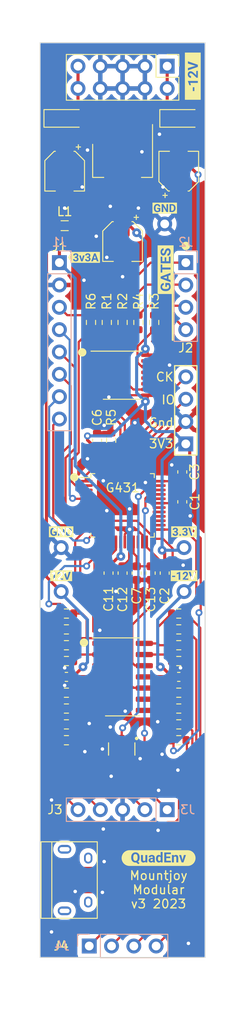
<source format=kicad_pcb>
(kicad_pcb (version 20221018) (generator pcbnew)
  (layers (0 "F.Cu" signal) (31 "B.Cu" signal) (34 "B.Paste" user) (35 "F.Paste" user) (36 "B.SilkS" user "B.Silkscreen") (37 "F.SilkS" user "F.Silkscreen") (38 "B.Mask" user) (39 "F.Mask" user) (44 "Edge.Cuts" user))
  (net 0 "")
  (net 1 "+3.3V")
  (net 2 "GND")
  (net 3 "+12V")
  (net 4 "-12V")
  (net 5 "/Gate1_In")
  (net 6 "/Gate2_In")
  (net 7 "/Gate3_In")
  (net 8 "/Gate4_In")
  (net 9 "/Led1_Out")
  (net 10 "/Led2_Out")
  (net 11 "/Led3_Out")
  (net 12 "/Led4_Out")
  (net 13 "/+12V_IN")
  (net 14 "/-12V_IN")
  (net 15 "/Mode_Btn")
  (net 16 "/Env1_Out")
  (net 17 "/Env2_Out")
  (net 18 "/Env3_Out")
  (net 19 "/Env4_Out")
  (net 21 "Net-(R13-Pad1)")
  (net 22 "Net-(R14-Pad1)")
  (net 23 "Net-(R15-Pad1)")
  (net 24 "Net-(R16-Pad1)")
  (net 27 "Net-(U3-A)")
  (net 28 "Net-(U3-B)")
  (net 29 "Net-(U3-D)")
  (net 30 "/Env4_DAC")
  (net 31 "/Env1_DAC")
  (net 32 "/Env2_DAC")
  (net 33 "/Attack_Pot")
  (net 34 "/Decay_Pot")
  (net 35 "Net-(U3-C)")
  (net 36 "Net-(U4A--)")
  (net 37 "/Sustain_Pot")
  (net 38 "/Env3_DAC")
  (net 39 "Net-(U4B--)")
  (net 40 "/Release_Pot")
  (net 41 "Net-(U4C--)")
  (net 42 "Net-(U4D--)")
  (net 46 "/LED1")
  (net 47 "/LED2")
  (net 49 "/SWCLK")
  (net 50 "/SWIO")
  (net 51 "/USB_DM")
  (net 52 "/USB_DP")
  (net 54 "/LED3")
  (net 58 "/Gate1")
  (net 59 "/Gate2")
  (net 60 "/Gate3")
  (net 61 "/Gate4")
  (net 62 "/BOOT0")
  (net 63 "+3.3VA")
  (net 66 "/LED4")
  (net 72 "/Mode_Led")
  (net 73 "Net-(U1-PC13)")
  (net 75 "/D-")
  (net 76 "/D+")
  (footprint "Resistor_SMD:R_0603_1608Metric" (layer "F.Cu") (at 65.8 127.5)
    (fp_text reference "R22" hide)
    (fp_text value "1k")
  )
  (footprint "Custom_Footprints:STF202-22T1G" (layer "F.Cu") (at 59.3 130.3 180)
    (fp_text reference "U5" hide)
    (fp_text value "STF202-22T1G" hide)
  )
  (footprint "Capacitor_SMD:CP_Elec_4x5.8" (layer "F.Cu") (at 52.8 64.6 -90)
    (fp_text reference "C4" hide)
    (fp_text value "22uF")
  )
  (footprint "Capacitor_SMD:CP_Elec_4x5.8" (layer "F.Cu") (at 65.8 64.6 90)
    (fp_text reference "C5" hide)
    (fp_text value "22uF")
  )
  (footprint "Resistor_SMD:R_0603_1608Metric" (layer "F.Cu") (at 63 81.8 90)
    (fp_text reference "R3")
    (fp_text value "10k")
  )
  (footprint "Capacitor_SMD:C_0603_1608Metric" (layer "F.Cu") (at 57.8 110.3 90)
    (fp_text reference "C11")
    (fp_text value "1uF")
  )
  (footprint "Resistor_SMD:R_0603_1608Metric" (layer "F.Cu") (at 65.8 118.5)
    (fp_text reference "R16" hide)
    (fp_text value "4k7")
  )
  (footprint "Capacitor_SMD:C_0603_1608Metric" (layer "F.Cu") (at 61 110.3 -90)
    (fp_text reference "C7")
    (fp_text value "10nF")
  )
  (footprint "Package_SO:SOIC-14_3.9x8.7mm_P1.27mm" (layer "F.Cu") (at 59.4 122.1)
    (fp_text reference "U4" hide)
    (fp_text value "TL074")
  )
  (footprint "Resistor_SMD:R_0603_1608Metric" (layer "F.Cu") (at 61.2 81.8 90)
    (fp_text reference "R4")
    (fp_text value "10k")
  )
  (footprint "Resistor_SMD:R_0603_1608Metric" (layer "F.Cu") (at 53 120.3 180)
    (fp_text reference "R9" hide)
    (fp_text value "3k3")
  )
  (footprint "kibuzzard-6409FE57" (layer "F.Cu") (at 52.4 105.6)
    (fp_text reference "kibuzzard-6409FE57" hide)
    (fp_text value "G***" hide)
  )
  (footprint "Custom_Footprints:1mm_Test_Point" (layer "F.Cu") (at 52.4 107.4)
    (fp_text reference "TP5" hide)
    (fp_text value "TestPoint")
  )
  (footprint "Inductor_SMD:L_0805_2012Metric_Pad1.05x1.20mm_HandSolder" (layer "F.Cu") (at 52.8 70.8 180)
    (fp_text reference "L1")
    (fp_text value "L_Small")
  )
  (footprint "Capacitor_SMD:CP_Elec_4x5.8" (layer "F.Cu") (at 59.4 72.6 -90)
    (fp_text reference "C8" hide)
    (fp_text value "22uF")
  )
  (footprint "Resistor_SMD:R_0603_1608Metric" (layer "F.Cu") (at 53 116.7 180)
    (fp_text reference "R17" hide)
    (fp_text value "1k")
  )
  (footprint "Resistor_SMD:R_0603_1608Metric" (layer "F.Cu") (at 58.1 95.2 -90)
    (fp_text reference "R5")
    (fp_text value "100k")
  )
  (footprint "Capacitor_SMD:C_0603_1608Metric" (layer "F.Cu") (at 66.2 98.8 90)
    (fp_text reference "C3")
    (fp_text value "100nF")
  )
  (footprint "Resistor_SMD:R_0603_1608Metric" (layer "F.Cu") (at 65.8 114.9)
    (fp_text reference "R24" hide)
    (fp_text value "1k")
  )
  (footprint "Resistor_SMD:R_0603_1608Metric" (layer "F.Cu") (at 65.8 123.9)
    (fp_text reference "R11" hide)
    (fp_text value "3k3")
  )
  (footprint "Capacitor_SMD:C_0603_1608Metric" (layer "F.Cu") (at 59.4 110.3 90)
    (fp_text reference "C12")
    (fp_text value "100nF")
  )
  (footprint "Diode_SMD:D_SOD-123" (layer "F.Cu") (at 52.8 58.6)
    (fp_text reference "D1" hide)
    (fp_text value "1N5819")
  )
  (footprint "Resistor_SMD:R_0603_1608Metric" (layer "F.Cu") (at 65.8 120.3)
    (fp_text reference "R12" hide)
    (fp_text value "3k3")
  )
  (footprint "Diode_SMD:D_SOD-123" (layer "F.Cu") (at 66 58.6)
    (fp_text reference "D2" hide)
    (fp_text value "1N5819")
  )
  (footprint "Resistor_SMD:R_0603_1608Metric" (layer "F.Cu") (at 55.8 81.8 -90)
    (fp_text reference "R6")
    (fp_text value "510")
  )
  (footprint "kibuzzard-6409FE57" (layer "F.Cu") (at 64.2 68.8)
    (fp_text reference "kibuzzard-6409FE57" hide)
    (fp_text value "G***" hide)
  )
  (footprint "kibuzzard-6409FE16" (layer "F.Cu") (at 66.4 110.6)
    (fp_text reference "kibuzzard-6409FE16" hide)
    (fp_text value "G***" hide)
  )
  (footprint "Custom_Footprints:1mm_Test_Point" (layer "F.Cu") (at 52.4 112.4)
    (fp_text reference "TP3" hide)
    (fp_text value "TestPoint")
  )
  (footprint "Resistor_SMD:R_0603_1608Metric" (layer "F.Cu") (at 53 123.9 180)
    (fp_text reference "R10" hide)
    (fp_text value "3k3")
  )
  (footprint "Package_TO_SOT_SMD:SOT-223-3_TabPin2" (layer "F.Cu") (at 59.4 63.4 -90)
    (fp_text reference "U2" hide)
    (fp_text value "LD1117-3.3-4Tab")
  )
  (footprint "kibuzzard-64DF8AE0" (layer "F.Cu") (at 64.3 75.8 90)
    (fp_text reference "kibuzzard-64DF8AE0" hide)
    (fp_text value "G***" hide)
  )
  (footprint "Resistor_SMD:R_0603_1608Metric" (layer "F.Cu") (at 53 114.9 180)
    (fp_text reference "R18" hide)
    (fp_text value "1k")
  )
  (footprint "Connector_PinHeader_2.54mm:PinHeader_2x05_P2.54mm_Vertical" (layer "F.Cu") (at 64.48 52.66 -90)
    (fp_text reference "J6" hide)
    (fp_text value "Eurorack_10_pin_power")
  )
  (footprint "Capacitor_SMD:C_0603_1608Metric" (layer "F.Cu") (at 66.2 102.2 -90)
    (fp_text reference "C1")
    (fp_text value "4.7uF")
  )
  (footprint "Resistor_SMD:R_0603_1608Metric" (layer "F.Cu") (at 57.6 81.8 -90)
    (fp_text reference "R1")
    (fp_text value "10k")
  )
  (footprint "Custom_Footprints:USB_Micro-B_Amphenol" (layer "F.Cu") (at 54.135 145.2 -90)
    (fp_text reference "J7" hide)
    (fp_text value "USB_B_Micro")
  )
  (footprint "Capacitor_SMD:C_0603_1608Metric" (layer "F.Cu") (at 53 122.1)
    (fp_text reference "C9" hide)
    (fp_text value "1uF")
  )
  (footprint "kibuzzard-6409FE46" (layer "F.Cu") (at 52.4 110.6)
    (fp_text reference "kibuzzard-6409FE46" hide)
    (fp_text value "G***" hide)
  )
  (footprint "kibuzzard-640A0C12" (layer "F.Cu") (at 63.5 142.7)
    (fp_text reference "kibuzzard-640A0C12" hide)
    (fp_text value "G***" hide)
  )
  (footprint "kibuzzard-6409F893" (layer "F.Cu") (at 67.4 53.8 90)
    (fp_text reference "kibuzzard-6409F893" hide)
    (fp_text value "G***" hide)
  )
  (footprint "Capacitor_SMD:C_0603_1608Metric" (layer "F.Cu") (at 56.5 95.2 90)
    (fp_text reference "C6")
    (fp_text value "100nF")
  )
  (footprint "Package_SO:TSSOP-16_4.4x5mm_P0.65mm" (layer "F.Cu") (at 59.4 87.8)
    (fp_text reference "U3" hide)
    (fp_text value "CD40109B")
  )
  (footprint "kibuzzard-6409FE2B" (layer "F.Cu") (at 66.4 105.6)
    (fp_text reference "kibuzzard-6409FE2B" hide)
    (fp_text value "G***" hide)
  )
  (footprint "Resistor_SMD:R_0603_1608Metric" (layer "F.Cu") (at 53 118.5)
    (fp_text reference "R13" hide)
    (fp_text value "4k7")
  )
  (footprint "Capacitor_SMD:C_0603_1608Metric" (layer "F.Cu") (at 64.2 110.3 -90)
    (fp_text reference "C2")
    (fp_text value "100nF")
  )
  (footprint "kibuzzard-6409FEF9" (layer "F.Cu") (at 55 74.4)
    (fp_text reference "kibuzzard-6409FEF9" hide)
    (fp_text value "G***" hide)
  )
  (footprint "Resistor_SMD:R_0603_1608Metric" (layer "F.Cu") (at 53 125.7 180)
    (fp_text reference "R14" hide)
    (fp_text value "4k7")
  )
  (footprint "Resistor_SMD:R_0603_1608Metric" (layer "F.Cu") (at 53 129.3 180)
    (fp_text reference "R19" hide)
    (fp_text value "1k")
  )
  (footprint "Custom_Footprints:SWD_header" (layer "F.Cu") (at 66.6 95.61 90)
    (fp_text reference "J5" hide)
    (fp_text value "SWD_Header")
  )
  (footprint "Package_QFP:LQFP-48_7x7mm_P0.5mm" (layer "F.Cu") (at 59.4 102.6)
    (fp_text reference "U1" hide)
    (fp_text value "STM32G431C6T6")
  )
  (footprint "Custom_Footprints:1mm_Test_Point" (layer "F.Cu") (at 66.4 107.4)
    (fp_text reference "TP2" hide)
    (fp_text value "TestPoint")
  )
  (footprint "Resistor_SMD:R_0603_1608Metric" (layer "F.Cu") (at 59.4 81.8 -90)
    (fp_text reference "R2")
    (fp_text value "10k")
  )
  (footprint "Resistor_SMD:R_0603_1608Metric" (layer "F.Cu") (at 65.8 116.7)
    (fp_text reference "R23" hide)
    (fp_text value "1k")
  )
  (footprint "Resistor_SMD:R_0603_1608Metric" (layer "F.Cu") (at 53 127.5 180)
    (fp_text reference "R20" hide)
    (fp_text value "1k")
  )
  (footprint "Resistor_SMD:R_0603_1608Metric" (layer "F.Cu") (at 65.8 129.3)
    (fp_text reference "R21" hide)
    (fp_text value "1k")
  )
  (footprint "Custom_Footprints:1mm_Test_Point" (layer "F.Cu") (at 64.2 70.6)
    (fp_text reference "TP1" hide)
    (fp_text value "TestPoint")
  )
  (footprint "Capacitor_SMD:C_0603_1608Metric" (layer "F.Cu") (at 65.8 122.1 180)
    (fp_text reference "C10" hide)
    (fp_text value "1uF")
  )
  (footprint "Custom_Footprints:1mm_Test_Point" (layer "F.Cu") (at 66.4 112.4)
    (fp_text reference "TP4" hide)
    (fp_text value "TestPoint")
  )
  (footprint "Capacitor_SMD:C_0603_1608Metric" (layer "F.Cu") (at 62.6 110.3 90)
    (fp_text reference "C13")
    (fp_text value "1uF")
  )
  (footprint "Resistor_SMD:R_0603_1608Metric" (layer "F.Cu") (at 65.8 125.7)
    (fp_text reference "R15" hide)
    (fp_text value "4k7")
  )
  (footprint "Connector_PinHeader_2.54mm:PinHeader_1x08_P2.54mm_Vertical" (layer "B.Cu") (at 52.2 75 180)
    (fp_text reference "J1")
    (fp_text value "Conn_01x08_Male")
  )
  (footprint "Connector_PinHeader_2.54mm:PinHeader_1x04_P2.54mm_Vertical" (layer "B.Cu") (at 55.6 152.7 -90)
    (fp_text reference "J4")
    (fp_text value "Conn_01x04_Male")
  )
  (footprint "Connector_PinHeader_2.54mm:PinHeader_1x04_P2.54mm_Vertical" (layer "B.Cu") (at 66.6 75 180)
    (fp_text reference "J2")
    (fp_text value "Conn_01x04_Male")
  )
  (footprint "Connector_PinHeader_2.54mm:PinHeader_1x05_P2.54mm_Vertical" (layer "B.Cu") (at 64.48 137.2 90)
    (fp_text reference "J3")
    (fp_text value "Conn_01x05_Male")
  )
  (gr_circle (center 66.6 73.1) (end 67 73.1) (stroke (width 0.15)) (fill solid) (layer "F.SilkS"))
  (gr_circle (center 54.8 85.2) (end 55.2 85.2) (stroke (width 0.15)) (fill solid) (layer "F.SilkS"))
  (gr_circle (center 55 118.2) (end 55.4 118.2) (stroke (width 0.15)) (fill solid) (layer "F.SilkS"))
  (gr_line (start 65.1 78.5) (end 65.1 83.8) (stroke (width 0.2)) (layer "F.SilkS"))
  (gr_circle (center 53.9 99.4) (end 54.3 99.4) (stroke (width 0.15)) (fill solid) (layer "F.SilkS"))
  (gr_rect locked (start 50 50) (end 68.8 154) (stroke (width 0.1)) (fill none) (layer "Edge.Cuts"))
  (gr_text "G431" (at 59.4 100.6) (layer "F.SilkS") (effects (font (size 1 1))))
  (gr_text "J4" (at 52.4 152.7) (layer "F.SilkS") (effects (font (size 1 1))))
  (gr_text "Mountjoy\nModular\nv3 2023" (at 63.5 146.3) (layer "F.SilkS") (effects (font (size 1 1))))
  (gr_text "J1" (at 52.2 73.2) (layer "F.SilkS") (effects (font (size 1 1))))
  (gr_text "J3" (at 51.7 137.2) (layer "F.SilkS") (effects (font (size 1 1))))
  (gr_text "J2" (at 66.6 84.7) (layer "F.SilkS") (effects (font (size 1 1))))
  (segment (start 59.225 89.425) (end 56.5375 89.425) (width 0.25) (layer "F.Cu") (net 1))
  (segment (start 56.7 85.3625) (end 56.5375 85.525) (width 0.35) (layer "F.Cu") (net 1))
  (segment (start 59.4 70.8) (end 60.2 70.8) (width 0.35) (layer "F.Cu") (net 1))
  (segment (start 63.325 85.525) (end 62.2625 85.525) (width 0.25) (layer "F.Cu") (net 1))
  (segment (start 67.05 100.575) (end 66.2 101.425) (width 0.35) (layer "F.Cu") (net 1))
  (segment (start 62.2625 90.5375) (end 62 90.8) (width 0.25) (layer "F.Cu") (net 1))
  (segment (start 62.15 107.35) (end 64.2 109.4) (width 0.25) (layer "F.Cu") (net 1))
  (segment (start 55.936979 85.999417) (end 56.112562 86.175) (width 0.25) (layer "F.Cu") (net 1))
  (segment (start 53.95 70.8) (end 59.4 70.8) (width 0.35) (layer "F.Cu") (net 1))
  (segment (start 59.4 66.55) (end 59.4 70.8) (width 0.35) (layer "F.Cu") (net 1))
  (segment (start 56.7 73.5) (end 56.7 85.3625) (width 0.35) (layer "F.Cu") (net 1))
  (segment (start 56.5375 85.525) (end 56.5125 85.5) (width 0.25) (layer "F.Cu") (net 1))
  (segment (start 62.2625 90.075) (end 62.2625 90.5375) (width 0.25) (layer "F.Cu") (net 1))
  (segment (start 55.2 99.8125) (end 55.2 99.2) (width 0.25) (layer "F.Cu") (net 1))
  (segment (start 55.2375 99.85) (end 55.2 99.8125) (width 0.25) (layer "F.Cu") (net 1))
  (segment (start 56.112562 86.175) (end 56.5375 86.175) (width 0.25) (layer "F.Cu") (net 1))
  (segment (start 55.2 99.2) (end 55.9625 98.4375) (width 0.25) (layer "F.Cu") (net 1))
  (segment (start 56.2 95.975) (end 55.4 95.175) (width 0.35) (layer "F.Cu") (net 1))
  (segment (start 62.2625 86.175) (end 63.325 86.175) (width 0.25) (layer "F.Cu") (net 1))
  (segment (start 59.875 90.075) (end 59.225 89.425) (width 0.25) (layer "F.Cu") (net 1))
  (segment (start 62.2625 85.525) (end 62.2625 85.0625) (width 0.25) (layer "F.Cu") (net 1))
  (segment (start 63.5 85.7) (end 63.325 85.525) (width 0.25) (layer "F.Cu") (net 1))
  (segment (start 55.936979 85.626625) (end 55.936979 85.999417) (width 0.25) (layer "F.Cu") (net 1))
  (segment (start 56.063604 85.5) (end 55.936979 85.626625) (width 0.25) (layer "F.Cu") (net 1))
  (segment (start 62.2625 85.0625) (end 62 84.8) (width 0.25) (layer "F.Cu") (net 1))
  (segment (start 56.65 98.4375) (end 56.65 96.425) (width 0.25) (layer "F.Cu") (net 1))
  (segment (start 66.175 99.85) (end 66.225 99.8) (width 0.25) (layer "F.Cu") (net 1))
  (segment (start 59.4 60.25) (end 59.4 66.55) (width 0.35) (layer "F.Cu") (net 1))
  (segment (start 55.4 95.175) (end 55.4 94.7) (width 0.35) (layer "F.Cu") (net 1))
  (segment (start 63.5625 99.85) (end 66.175 99.85) (width 0.25) (layer "F.Cu") (net 1))
  (segment (start 63.5 86) (end 63.5 85.7) (width 0.25) (layer "F.Cu") (net 1))
  (segment (start 64.2 108) (end 63.9 107.7) (width 0.35) (layer "F.Cu") (net 1))
  (segment (start 67.05 96.06) (end 67.05 100.575) (width 0.35) (layer "F.Cu") (net 1))
  (segment (start 66.225 101.4) (end 66.225 99.8) (width 0.35) (layer "F.Cu") (net 1))
  (segment (start 66.6 95.61) (end 67.05 96.06) (width 0.35) (layer "F.Cu") (net 1))
  (segment (start 56.65 96.425) (end 56.2 95.975) (width 0.25) (layer "F.Cu") (net 1))
  (segment (start 62.2625 90.075) (end 59.875 90.075) (width 0.25) (layer "F.Cu") (net 1))
  (segment (start 55.9625 98.4375) (end 56.65 98.4375) (width 0.25) (layer "F.Cu") (net 1))
  (segment (start 64.2 109.525) (end 64.2 108) (width 0.35) (layer "F.Cu") (net 1))
  (segment (start 62.15 106.7625) (end 62.15 107.35) (width 0.25) (layer "F.Cu") (net 1))
  (segment (start 59.4 70.8) (end 56.7 73.5) (width 0.35) (layer "F.Cu") (net 1))
  (segment (start 60.2 70.8) (end 61 71.6) (width 0.35) (layer "F.Cu") (net 1))
  (segment (start 56.5125 85.5) (end 56.063604 85.5) (width 0.25) (layer "F.Cu") (net 1))
  (segment (start 64.2 109.4) (end 64.2 109.525) (width 0.25) (layer "F.Cu") (net 1))
  (segment (start 63.325 86.175) (end 63.5 86) (width 0.25) (layer "F.Cu") (net 1))
  (via (at 63.9 107.7) (size 1) (drill 0.4) (layers "F.Cu" "B.Cu") (net 1))
  (via (at 62 84.8) (size 1) (drill 0.4) (layers "F.Cu" "B.Cu") (net 1))
  (via (at 62 90.8) (size 1) (drill 0.4) (layers "F.Cu" "B.Cu") (net 1))
  (via (at 61 71.6) (size 1) (drill 0.4) (layers "F.Cu" "B.Cu") (net 1))
  (via (at 55.4 94.7) (size 0.8) (drill 0.4) (layers "F.Cu" "B.Cu") (net 1))
  (segment (start 62 84.8) (end 61 85.8) (width 0.35) (layer "B.Cu") (net 1))
  (segment (start 63.9 97.46) (end 63.9 107.7) (width 0.35) (layer "B.Cu") (net 1))
  (segment (start 66.6 95.61) (end 65.75 95.61) (width 0.35) (layer "B.Cu") (net 1))
  (segment (start 63.21 94.21) (end 65.2 94.21) (width 0.35) (layer "B.Cu") (net 1))
  (segment (start 62 90.8) (end 62 93) (width 0.35) (layer "B.Cu") (net 1))
  (segment (start 58.1 94.7) (end 55.4 94.7) (width 0.35) (layer "B.Cu") (net 1))
  (segment (start 66.1 107.7) (end 66.4 107.4) (width 0.35) (layer "B.Cu") (net 1))
  (segment (start 65.2 94.21) (end 66.6 95.61) (width 0.35) (layer "B.Cu") (net 1))
  (segment (start 62 90.8) (end 58.1 94.7) (width 0.35) (layer "B.Cu") (net 1))
  (segment (start 61 85.8) (end 61 89.8) (width 0.35) (layer "B.Cu") (net 1))
  (segment (start 61 71.6) (end 62 72.6) (width 0.35) (layer "B.Cu") (net 1))
  (segment (start 62 93) (end 63.21 94.21) (width 0.35) (layer "B.Cu") (net 1))
  (segment (start 65.75 95.61) (end 63.9 97.46) (width 0.35) (layer "B.Cu") (net 1))
  (segment (start 63.9 107.7) (end 66.1 107.7) (width 0.35) (layer "B.Cu") (net 1))
  (segment (start 62 72.6) (end 62 84.8) (width 0.35) (layer "B.Cu") (net 1))
  (segment (start 61 89.8) (end 62 90.8) (width 0.35) (layer "B.Cu") (net 1))
  (segment (start 56.5375 90.075) (end 57.623465 90.075) (width 0.25) (layer "F.Cu") (net 2))
  (segment (start 57.15 99.75) (end 57.2 99.8) (width 0.25) (layer "F.Cu") (net 2))
  (segment (start 59.65 106.7625) (end 59.65 105.8755) (width 0.25) (layer "F.Cu") (net 2))
  (segment (start 64 98) (end 65 98) (width 0.25) (layer "F.Cu") (net 2))
  (segment (start 57.15 98.4375) (end 57.15 99.75) (width 0.25) (layer "F.Cu") (net 2))
  (segment (start 61.65 106.7625) (end 61.65 105.959315) (width 0.25) (layer "F.Cu") (net 2))
  (segment (start 61.65 105.959315) (end 61.016185 105.3255) (width 0.25) (layer "F.Cu") (net 2))
  (segment (start 57 146.5) (end 57.1 146.6) (width 0.35) (layer "F.Cu") (net 2))
  (segment (start 55.485 146.5) (end 57 146.5) (width 0.35) (layer "F.Cu") (net 2))
  (segment (start 62.35 100.35) (end 62 100) (width 0.25) (layer "F.Cu") (net 2))
  (segment (start 57.299992 93.574992) (end 57.299992 93.5) (width 0.25) (layer "F.Cu") (net 2))
  (segment (start 63.5625 100.35) (end 62.35 100.35) (width 0.25) (layer "F.Cu") (net 2))
  (segment (start 62 100) (end 64 98) (width 0.25) (layer "F.Cu") (net 2))
  (segment (start 57.623465 90.075) (end 57.836413 90.287948) (width 0.25) (layer "F.Cu") (net 2))
  (segment (start 61.016185 105.3255) (end 60.2 105.3255) (width 0.25) (layer "F.Cu") (net 2))
  (segment (start 59.65 105.8755) (end 60.2 105.3255) (width 0.25) (layer "F.Cu") (net 2))
  (via (at 60.2 103) (size 0.8) (drill 0.4) (layers "F.Cu" "B.Cu") (net 2))
  (via (at 59.4 76.6) (size 0.8) (drill 0.4) (layers "F.Cu" "B.Cu") (net 2))
  (via (at 66 121.07) (size 0.8) (drill 0.4) (layers "F.Cu" "B.Cu") (net 2))
  (via (at 58.634972 112.37327) (size 0.8) (drill 0.4) (layers "F.Cu" "B.Cu") (net 2))
  (via (at 54 146.5) (size 0.8) (drill 0.4) (layers "F.Cu" "B.Cu") (net 2))
  (via (at 58.1 133.4) (size 0.8) (drill 0.4) (layers "F.Cu" "B.Cu") (net 2))
  (via (at 60.2 105.3255) (size 1) (drill 0.4) (layers "F.Cu" "B.Cu") (net 2))
  (via (at 61.4 131.4) (size 0.8) (drill 0.4) (layers "F.Cu" "B.Cu") (net 2))
  (via (at 63.6 60.4) (size 0.8) (drill 0.4) (layers "F.Cu" "B.Cu") (net 2))
  (via (at 57.2 139.4) (size 0.8) (drill 0.4) (layers "F.Cu" "B.Cu") (net 2))
  (via (at 57.3 143.1) (size 0.8) (drill 0.4) (layers "F.Cu" "B.Cu") (net 2))
  (via (at 57.6 103.2) (size 0.8) (drill 0.4) (layers "F.Cu" "B.Cu") (net 2))
  (via (at 56.8 116.8) (size 0.8) (drill 0.4) (layers "F.Cu" "B.Cu") (net 2))
  (via (at 67.1 103.8) (size 0.8) (drill 0.4) (layers "F.Cu" "B.Cu") (net 2))
  (via (at 52.8 121.07) (size 0.8) (drill 0.4) (layers "F.Cu" "B.Cu") (net 2))
  (via (at 54.8 66.4) (size 0.8) (drill 0.4) (layers "F.Cu" "B.Cu") (net 2))
  (via (at 56.4 72) (size 0.8) (drill 0.4) (layers "F.Cu" "B.Cu") (net 2))
  (via (at 55 77) (size 0.8) (drill 0.4) (layers "F.Cu" "B.Cu") (net 2))
  (via (at 57.1 146.6) (size 0.8) (drill 0.4) (layers "F.Cu" "B.Cu") (net 2))
  (via (at 63.4 127.2) (size 0.8) (drill 0.4) (layers "F.Cu" "B.Cu") (net 2))
  (via (at 63.445024 139.545024) (size 0.8) (drill 0.4) (layers "F.Cu" "B.Cu") (net 2))
  (via (at 58 127.8) (size 0.8) (drill 0.4) (layers "F.Cu" "B.Cu") (net 2))
  (via (at 62 100) (size 1) (drill 0.4) (layers "F.Cu" "B.Cu") (net 2))
  (via (at 57.1 130.3) (size 0.8) (drill 0.4) (layers "F.Cu" "B.Cu") (net 2))
  (via (at 55.4 97.3) (size 0.8) (drill 0.4) (layers "F.Cu" "B.Cu") (net 2))
  (via (at 63.5 135) (size 0.8) (drill 0.4) (layers "F.Cu" "B.Cu") (net 2))
  (via (at 57.2 99.8) (size 0.8) (drill 0.4) (layers "F.Cu" "B.Cu") (net 2))
  (via (at 51.3 151.1) (size 0.8) (drill 0.4) (layers "F.Cu" "B.Cu") (net 2))
  (via (at 60.8 93.2) (size 0.8) (drill 0.4) (layers "F.Cu" "B.Cu") (net 2))
  (via (at 59.7 126) (size 0.8) (drill 0.4) (layers "F.Cu" "B.Cu") (net 2))
  (via (at 57.6 74.4) (size 0.8) (drill 0.4) (layers "F.Cu" "B.Cu") (net 2))
  (via (at 64.75 86.65) (size 0.8) (drill 0.4) (layers "F.Cu" "B.Cu") (net 2))
  (via (at 65.7 132.7) (size 0.8) (drill 0.4) (layers "F.Cu" "B.Cu") (net 2))
  (via (at 55.1 130.6) (size 0.8) (drill 0.4) (layers "F.Cu" "B.Cu") (net 2))
  (via (at 61.6 62.4) (size 0.8) (drill 0.4) (layers "F.Cu" "B.Cu") (net 2))
  (via (at 66.3 109.4) (size 0.8) (drill 0.4) (layers "F.Cu" "B.Cu") (net 2))
  (via (at 58 68.6) (size 0.8) (drill 0.4) (layers "F.Cu" "B.Cu") (net 2))
  (via (at 52.8 68.8) (size 0.8) (drill 0.4) (layers "F.Cu" "B.Cu") (net 2))
  (via (at 52.8 123.07) (size 0.8) (drill 0.4) (layers "F.Cu" "B.Cu") (net 2))
  (via (at 63.9 130.9) (size 0.8) (drill 0.4) (layers "F.Cu" "B.Cu") (net 2))
  (via (at 55.6 127.4) (size 0.8) (drill 0.4) (layers "F.Cu" "B.Cu") (net 2))
  (via (at 51.3 136.1) (size 0.8) (drill 0.4) (layers "F.Cu" "B.Cu") (net 2))
  (via (at 64 66.4) (size 0.8) (drill 0.4) (layers "F.Cu" "B.Cu") (net 2))
  (via (at 57.836413 90.287948) (size 0.8) (drill 0.4) (layers "F.Cu" "B.Cu") (net 2))
  (via (at 57.299992 93.5) (size 0.8) (drill 0.4) (layers "F.Cu" "B.Cu") (net 2))
  (via (at 66.9 152.4) (size 0.8) (drill 0.4) (layers "F.Cu" "B.Cu") (net 2))
  (via (at 55.4 62.2) (size 0.8) (drill 0.4) (layers "F.Cu" "B.Cu") (net 2))
  (via (at 65 98) (size 0.8) (drill 0.4) (layers "F.Cu" "B.Cu") (net 2))
  (via (at 61.2 68.8) (size 0.8) (drill 0.4) (layers "F.Cu" "B.Cu") (net 2))
  (segment (start 55.35 60.25) (end 52.8 62.8) (width 0.35) (layer "F.Cu") (net 3))
  (segment (start 53.805 122.07) (end 56.895 122.07) (width 0.35) (layer "F.Cu") (net 3))
  (segment (start 56.895 122.07) (end 56.925 122.1) (width 0.35) (layer "F.Cu") (net 3))
  (segment (start 52.2 58.6) (end 52.8 59.2) (width 0.35) (layer "F.Cu") (net 3))
  (segment (start 52.8 59.2) (end 52.8 62.8) (width 0.35) (layer "F.Cu") (net 3))
  (segment (start 50.725499 110.725499) (end 52.4 112.4) (width 0.35) (layer "F.Cu") (net 3))
  (segment (start 57.1 60.25) (end 55.35 60.25) (width 0.35) (layer "F.Cu") (net 3))
  (segment (start 51.15 58.6) (end 52.2 58.6) (width 0.35) (layer "F.Cu") (net 3))
  (segment (start 50.725499 64.874501) (end 50.725499 110.725499) (width 0.35) (layer "F.Cu") (net 3))
  (segment (start 53.775 122.1) (end 53.775 122.07) (width 0.35) (layer "F.Cu") (net 3))
  (segment (start 52.8 62.8) (end 50.725499 64.874501) (width 0.35) (layer "F.Cu") (net 3))
  (segment (start 53.775 122.07) (end 54.8875 120.9575) (width 0.35) (layer "F.Cu") (net 3))
  (segment (start 53.775 122.1) (end 53.805 122.07) (width 0.35) (layer "F.Cu") (net 3))
  (via (at 54.8875 120.9575) (size 1) (drill 0.4) (layers "F.Cu" "B.Cu") (net 3))
  (segment (start 54.8875 120.9575) (end 55.4 120.445) (width 0.35) (layer "B.Cu") (net 3))
  (segment (start 55.4 115.6) (end 52.4 112.6) (width 0.35) (layer "B.Cu") (net 3))
  (segment (start 52.4 112.6) (end 52.4 112.4) (width 0.35) (layer "B.Cu") (net 3))
  (segment (start 55.4 120.445) (end 55.4 115.6) (width 0.35) (layer "B.Cu") (net 3))
  (segment (start 64.995 122.07) (end 61.905 122.07) (width 0.35) (layer "F.Cu") (net 4))
  (segment (start 67.65 58.6) (end 66.8 58.6) (width 0.35) (layer "F.Cu") (net 4))
  (segment (start 61.905 122.07) (end 61.875 122.1) (width 0.35) (layer "F.Cu") (net 4))
  (segment (start 65.8 62.8) (end 68 65) (width 0.35) (layer "F.Cu") (net 4))
  (segment (start 65.8 59.6) (end 65.8 62.8) (width 0.35) (layer "F.Cu") (net 4))
  (segment (start 65.025 122.1) (end 63.895 120.97) (width 0.35) (layer "F.Cu") (net 4))
  (segment (start 66.8 58.6) (end 65.8 59.6) (width 0.35) (layer "F.Cu") (net 4))
  (segment (start 65.025 122.1) (end 64.995 122.07) (width 0.35) (layer "F.Cu") (net 4))
  (segment (start 63.895 120.97) (end 63.7 120.97) (width 0.35) (layer "F.Cu") (net 4))
  (via (at 63.7 120.97) (size 1) (drill 0.4) (layers "F.Cu" "B.Cu") (net 4))
  (via (at 68 65) (size 0.8) (drill 0.4) (layers "F.Cu" "B.Cu") (net 4))
  (segment (start 66.4 112.4) (end 68 110.8) (width 0.35) (layer "B.Cu") (net 4))
  (segment (start 68 110.8) (end 68 65) (width 0.35) (layer "B.Cu") (net 4))
  (segment (start 66.4 112.4) (end 66.4 112.6) (width 0.35) (layer "B.Cu") (net 4))
  (segment (start 63.4 115.6) (end 63.4 120.67) (width 0.35) (layer "B.Cu") (net 4))
  (segment (start 66.4 112.6) (end 63.4 115.6) (width 0.35) (layer "B.Cu") (net 4))
  (segment (start 63.4 120.67) (end 63.7 120.97) (width 0.35) (layer "B.Cu") (net 4))
  (segment (start 57.6 80) (end 57.6 80.975) (width 0.25) (layer "F.Cu") (net 5))
  (segment (start 62.6 75) (end 57.6 80) (width 0.25) (layer "F.Cu") (net 5))
  (segment (start 66.6 75) (end 62.6 75) (width 0.25) (layer "F.Cu") (net 5))
  (segment (start 59.4 80.175) (end 59.4 80.975) (width 0.25) (layer "F.Cu") (net 6))
  (segment (start 66.6 77.54) (end 66.56 77.5) (width 0.25) (layer "F.Cu") (net 6))
  (segment (start 66.56 77.5) (end 62.075 77.5) (width 0.25) (layer "F.Cu") (net 6))
  (segment (start 62.075 77.5) (end 59.4 80.175) (width 0.25) (layer "F.Cu") (net 6))
  (segment (start 66.6 80.08) (end 66.42 79.9) (width 0.25) (layer "F.Cu") (net 7))
  (segment (start 66.42 79.9) (end 62.275 79.9) (width 0.25) (layer "F.Cu") (net 7))
  (segment (start 62.275 79.9) (end 61.2 80.975) (width 0.25) (layer "F.Cu") (net 7))
  (segment (start 66.6 82.62) (end 64.955 80.975) (width 0.25) (layer "F.Cu") (net 8))
  (segment (start 64.955 80.975) (end 63 80.975) (width 0.25) (layer "F.Cu") (net 8))
  (segment (start 51 131.34) (end 56.86 137.2) (width 0.25) (layer "F.Cu") (net 9))
  (segment (start 52.175 116.725) (end 51 117.9) (width 0.25) (layer "F.Cu") (net 9))
  (segment (start 52.175 116.7) (end 52.175 116.725) (width 0.25) (layer "F.Cu") (net 9))
  (segment (start 51 117.9) (end 51 131.34) (width 0.25) (layer "F.Cu") (net 9))
  (segment (start 61.88 134.6) (end 64.48 137.2) (width 0.25) (layer "F.Cu") (net 10))
  (segment (start 57.35 134.6) (end 61.88 134.6) (width 0.25) (layer "F.Cu") (net 10))
  (segment (start 52.175 129.27) (end 52.175 129.425) (width 0.25) (layer "F.Cu") (net 10))
  (segment (start 52.175 129.425) (end 57.35 134.6) (width 0.25) (layer "F.Cu") (net 10))
  (segment (start 66.625 129.3) (end 66.725 129.4) (width 0.25) (layer "F.Cu") (net 11))
  (segment (start 66.725 141.575) (end 55.6 152.7) (width 0.25) (layer "F.Cu") (net 11))
  (segment (start 66.725 129.4) (end 66.725 141.575) (width 0.25) (layer "F.Cu") (net 11))
  (segment (start 60.7 152.7) (end 67.799501 145.600499) (width 0.25) (layer "F.Cu") (net 12))
  (segment (start 67.799501 145.600499) (end 67.799501 117.874501) (width 0.25) (layer "F.Cu") (net 12))
  (segment (start 60.68 152.7) (end 60.7 152.7) (width 0.25) (layer "F.Cu") (net 12))
  (segment (start 67.799501 117.874501) (end 66.625 116.7) (width 0.25) (layer "F.Cu") (net 12))
  (segment (start 54.32 55.2) (end 54.32 58.47) (width 0.35) (layer "F.Cu") (net 13))
  (segment (start 54.32 58.47) (end 54.45 58.6) (width 0.35) (layer "F.Cu") (net 13))
  (segment (start 54.32 52.66) (end 54.32 55.2) (width 0.35) (layer "F.Cu") (net 13))
  (segment (start 64.48 52.66) (end 64.48 55.2) (width 0.35) (layer "F.Cu") (net 14))
  (segment (start 64.48 58.47) (end 64.35 58.6) (width 0.35) (layer "F.Cu") (net 14))
  (segment (start 64.48 55.2) (end 64.48 58.47) (width 0.35) (layer "F.Cu") (net 14))
  (segment (start 53.75 101.85) (end 53.7 101.8) (width 0.25) (layer "F.Cu") (net 15))
  (segment (start 55.2375 101.85) (end 53.75 101.85) (width 0.25) (layer "F.Cu") (net 15))
  (via (at 53.7 101.8) (size 0.8) (drill 0.4) (layers "F.Cu" "B.Cu") (net 15))
  (segment (start 53.375 83.795) (end 52.2 82.62) (width 0.25) (layer "B.Cu") (net 15))
  (segment (start 53.7 101.8) (end 53.375 101.475) (width 0.25) (layer "B.Cu") (net 15))
  (segment (start 53.375 101.475) (end 53.375 83.795) (width 0.25) (layer "B.Cu") (net 15))
  (segment (start 50.45 116.75) (end 50.45 133.33) (width 0.25) (layer "F.Cu") (net 16))
  (segment (start 52.175 115.025) (end 50.45 116.75) (width 0.25) (layer "F.Cu") (net 16))
  (segment (start 52.175 114.9) (end 52.175 115.025) (width 0.25) (layer "F.Cu") (net 16))
  (segment (start 50.45 133.33) (end 54.32 137.2) (width 0.25) (layer "F.Cu") (net 16))
  (segment (start 52.175 127.5) (end 51.45 128.225) (width 0.25) (layer "F.Cu") (net 17))
  (segment (start 57 135.7) (end 60.44 135.7) (width 0.25) (layer "F.Cu") (net 17))
  (segment (start 51.45 128.225) (end 51.45 130.15) (width 0.25) (layer "F.Cu") (net 17))
  (segment (start 60.44 135.7) (end 61.94 137.2) (width 0.25) (layer "F.Cu") (net 17))
  (segment (start 51.45 130.15) (end 57 135.7) (width 0.25) (layer "F.Cu") (net 17))
  (segment (start 67.35 128.225) (end 67.35 143.45) (width 0.25) (layer "F.Cu") (net 18))
  (segment (start 67.35 143.45) (end 58.14 152.66) (width 0.25) (layer "F.Cu") (net 18))
  (segment (start 58.14 152.66) (end 58.14 152.7) (width 0.25) (layer "F.Cu") (net 18))
  (segment (start 66.625 127.5) (end 67.35 128.225) (width 0.25) (layer "F.Cu") (net 18))
  (segment (start 63.22 152.68) (end 63.22 152.7) (width 0.25) (layer "F.Cu") (net 19))
  (segment (start 68.249002 147.650998) (end 63.22 152.68) (width 0.25) (layer "F.Cu") (net 19))
  (segment (start 66.625 114.9) (end 68.249002 116.524002) (width 0.25) (layer "F.Cu") (net 19))
  (segment (start 68.249002 116.524002) (end 68.249002 147.650998) (width 0.25) (layer "F.Cu") (net 19))
  (segment (start 53.825 115.125) (end 53.825 114.9) (width 0.25) (layer "F.Cu") (net 21))
  (segment (start 55.3 115.4) (end 55.3 117.7) (width 0.25) (layer "F.Cu") (net 21))
  (segment (start 53.825 114.9) (end 54.8 114.9) (width 0.25) (layer "F.Cu") (net 21))
  (segment (start 56.925 118.29) (end 56.925 118.225) (width 0.25) (layer "F.Cu") (net 21))
  (segment (start 55.3 117.7) (end 56.335 117.7) (width 0.25) (layer "F.Cu") (net 21))
  (segment (start 52.975 117.7) (end 55.3 117.7) (width 0.25) (layer "F.Cu") (net 21))
  (segment (start 56.335 117.7) (end 56.925 118.29) (width 0.25) (layer "F.Cu") (net 21))
  (segment (start 52.175 118.5) (end 52.975 117.7) (width 0.25) (layer "F.Cu") (net 21))
  (segment (start 54.8 114.9) (end 55.3 115.4) (width 0.25) (layer "F.Cu") (net 21))
  (segment (start 54.1225 125.88) (end 53.9125 125.67) (width 0.25) (layer "F.Cu") (net 22))
  (segment (start 54.035 125.91) (end 53.825 125.7) (width 0.25) (layer "F.Cu") (net 22))
  (segment (start 53.825 125.7) (end 53.825 127.5) (width 0.25) (layer "F.Cu") (net 22))
  (segment (start 56.925 125.91) (end 54.035 125.91) (width 0.25) (layer "F.Cu") (net 22))
  (segment (start 64.975 125.7) (end 64.975 127.5) (width 0.25) (layer "F.Cu") (net 23))
  (segment (start 61.905 125.91) (end 64.6475 125.91) (width 0.25) (layer "F.Cu") (net 23))
  (segment (start 64.6475 125.91) (end 64.8875 125.67) (width 0.25) (layer "F.Cu") (net 23))
  (segment (start 63.4 118.3) (end 61.885 118.3) (width 0.25) (layer "F.Cu") (net 24))
  (segment (start 61.885 118.3) (end 61.875 118.29) (width 0.25) (layer "F.Cu") (net 24))
  (segment (start 63.4 116.475) (end 63.4 118.3) (width 0.25) (layer "F.Cu") (net 24))
  (segment (start 63.6 118.5) (end 63.4 118.3) (width 0.25) (layer "F.Cu") (net 24))
  (segment (start 64.975 114.9) (end 63.4 116.475) (width 0.25) (layer "F.Cu") (net 24))
  (segment (start 64.975 118.5) (end 63.6 118.5) (width 0.25) (layer "F.Cu") (net 24))
  (segment (start 57.6 82.625) (end 57.6 83.4) (width 0.25) (layer "F.Cu") (net 27))
  (segment (start 58 83.8) (end 58 86.4) (width 0.25) (layer "F.Cu") (net 27))
  (segment (start 57.575 86.825) (end 56.5375 86.825) (width 0.25) (layer "F.Cu") (net 27))
  (segment (start 58 86.4) (end 57.575 86.825) (width 0.25) (layer "F.Cu") (net 27))
  (segment (start 57.6 83.4) (end 58 83.8) (width 0.25) (layer "F.Cu") (net 27))
  (segment (start 56.5625 88.8) (end 56.5375 88.775) (width 0.25) (layer "F.Cu") (net 28))
  (segment (start 59.4 82.625) (end 59.4 87.6) (width 0.25) (layer "F.Cu") (net 28))
  (segment (start 58.2 88.8) (end 56.5625 88.8) (width 0.25) (layer "F.Cu") (net 28))
  (segment (start 59.4 87.6) (end 58.2 88.8) (width 0.25) (layer "F.Cu") (net 28))
  (segment (start 63 82.625) (end 61.1 84.525) (width 0.25) (layer "F.Cu") (net 29))
  (segment (start 61.1 86.351041) (end 61.573959 86.825) (width 0.25) (layer "F.Cu") (net 29))
  (segment (start 61.1 84.525) (end 61.1 86.351041) (width 0.25) (layer "F.Cu") (net 29))
  (segment (start 61.573959 86.825) (end 62.2625 86.825) (width 0.25) (layer "F.Cu") (net 29))
  (segment (start 60.5 116.17) (end 60.5 120.5) (width 0.25) (layer "F.Cu") (net 30))
  (segment (start 63.090685 106.4) (end 64 106.4) (width 0.25) (layer "F.Cu") (net 30))
  (segment (start 65.1 111.57) (end 60.5 116.17) (width 0.25) (layer "F.Cu") (net 30))
  (segment (start 61.040685 104.35) (end 63.090685 106.4) (width 0.25) (layer "F.Cu") (net 30))
  (segment (start 60.5 120.5) (end 60.8 120.8) (width 0.25) (layer "F.Cu") (net 30))
  (segment (start 60.8 120.8) (end 61.875 120.8) (width 0.25) (layer "F.Cu") (net 30))
  (segment (start 55.2375 104.35) (end 61.040685 104.35) (width 0.25) (layer "F.Cu") (net 30))
  (segment (start 65.1 107.5) (end 65.1 111.57) (width 0.25) (layer "F.Cu") (net 30))
  (segment (start 64 106.4) (end 65.1 107.5) (width 0.25) (layer "F.Cu") (net 30))
  (segment (start 54 106.5875) (end 54 112.1) (width 0.25) (layer "F.Cu") (net 31))
  (segment (start 58.4 116.5) (end 58.4 120.47) (width 0.25) (layer "F.Cu") (net 31))
  (segment (start 55.2375 105.35) (end 54 106.5875) (width 0.25) (layer "F.Cu") (net 31))
  (segment (start 58.04 120.83) (end 56.925 120.83) (width 0.25) (layer "F.Cu") (net 31))
  (segment (start 54 112.1) (end 58.4 116.5) (width 0.25) (layer "F.Cu") (net 31))
  (segment (start 58.4 120.47) (end 58.04 120.83) (width 0.25) (layer "F.Cu") (net 31))
  (segment (start 56.925 123.37) (end 58.13 123.37) (width 0.25) (layer "F.Cu") (net 32))
  (segment (start 54.575 108.8375) (end 56.65 106.7625) (width 0.25) (layer "F.Cu") (net 32))
  (segment (start 58.13 123.37) (end 58.9 122.6) (width 0.25) (layer "F.Cu") (net 32))
  (segment (start 58.9 116.1) (end 54.575 111.775) (width 0.25) (layer "F.Cu") (net 32))
  (segment (start 58.9 122.6) (end 58.9 116.1) (width 0.25) (layer "F.Cu") (net 32))
  (segment (start 54.575 111.775) (end 54.575 108.8375) (width 0.25) (layer "F.Cu") (net 32))
  (segment (start 53.25 103.35) (end 55.2375 103.35) (width 0.25) (layer "F.Cu") (net 33))
  (segment (start 52.9 103) (end 53.25 103.35) (width 0.25) (layer "F.Cu") (net 33))
  (segment (start 52.9 97.2) (end 52.9 103) (width 0.25) (layer "F.Cu") (net 33))
  (segment (start 52.2 85.16) (end 53.95 86.91) (width 0.25) (layer "F.Cu") (net 33))
  (segment (start 53.95 86.91) (end 53.95 96.15) (width 0.25) (layer "F.Cu") (net 33))
  (segment (start 53.95 96.15) (end 52.9 97.2) (width 0.25) (layer "F.Cu") (net 33))
  (segment (start 52.2 103.4) (end 52.2 96.925499) (width 0.25) (layer "F.Cu") (net 34))
  (segment (start 55.2375 103.85) (end 52.65 103.85) (width 0.25) (layer "F.Cu") (net 34))
  (segment (start 52.65 103.85) (end 52.2 103.4) (width 0.25) (layer "F.Cu") (net 34))
  (segment (start 53.5 89) (end 52.2 87.7) (width 0.25) (layer "F.Cu") (net 34))
  (segment (start 53.5 95.625499) (end 53.5 89) (width 0.25) (layer "F.Cu") (net 34))
  (segment (start 52.2 96.925499) (end 53.5 95.625499) (width 0.25) (layer "F.Cu") (net 34))
  (segment (start 60.139372 88.939372) (end 60.625 89.425) (width 0.25) (layer "F.Cu") (net 35))
  (segment (start 61.2 82.625) (end 61.2 82.7) (width 0.25) (layer "F.Cu") (net 35))
  (segment (start 60.625 89.425) (end 62.2625 89.425) (width 0.25) (layer "F.Cu") (net 35))
  (segment (start 61.2 82.7) (end 60.139372 83.760628) (width 0.25) (layer "F.Cu") (net 35))
  (segment (start 60.139372 83.760628) (end 60.139372 88.939372) (width 0.25) (layer "F.Cu") (net 35))
  (segment (start 54.6225 119.56) (end 56.925 119.56) (width 0.25) (layer "F.Cu") (net 36))
  (segment (start 53.9125 120.27) (end 54.6225 119.56) (width 0.25) (layer "F.Cu") (net 36))
  (segment (start 53.8 118.47) (end 53.8 120.27) (width 0.25) (layer "F.Cu") (net 36))
  (segment (start 56.490685 105.4) (end 55.295343 106.595343) (width 0.25) (layer "F.Cu") (net 37))
  (segment (start 58.15 106.7625) (end 58.15 105.75) (width 0.25) (layer "F.Cu") (net 37))
  (segment (start 57.8 105.4) (end 56.490685 105.4) (width 0.25) (layer "F.Cu") (net 37))
  (segment (start 58.15 105.75) (end 57.8 105.4) (width 0.25) (layer "F.Cu") (net 37))
  (via (at 55.295343 106.595343) (size 0.8) (drill 0.4) (layers "F.Cu" "B.Cu") (net 37))
  (segment (start 52.2 90.24) (end 51.025 91.415) (width 0.25) (layer "B.Cu") (net 37))
  (segment (start 51.025 91.415) (end 51.025 103.825) (width 0.25) (layer "B.Cu") (net 37))
  (segment (start 51.025 103.825) (end 53.795343 106.595343) (width 0.25) (layer "B.Cu") (net 37))
  (segment (start 53.795343 106.595343) (end 55.295343 106.595343) (width 0.25) (layer "B.Cu") (net 37))
  (segment (start 58.65 107.65) (end 57.8 108.5) (width 0.25) (layer "F.Cu") (net 38))
  (segment (start 57.488478 108.5) (end 56.8 109.188478) (width 0.25) (layer "F.Cu") (net 38))
  (segment (start 57.8 108.5) (end 57.488478 108.5) (width 0.25) (layer "F.Cu") (net 38))
  (segment (start 60.64 123.34) (end 61.875 123.34) (width 0.25) (layer "F.Cu") (net 38))
  (segment (start 56.8 112.2) (end 59.95 115.35) (width 0.25) (layer "F.Cu") (net 38))
  (segment (start 56.8 109.188478) (end 56.8 112.2) (width 0.25) (layer "F.Cu") (net 38))
  (segment (start 58.65 106.7625) (end 58.65 107.65) (width 0.25) (layer "F.Cu") (net 38))
  (segment (start 59.95 115.35) (end 59.95 122.65) (width 0.25) (layer "F.Cu") (net 38))
  (segment (start 59.95 122.65) (end 60.64 123.34) (width 0.25) (layer "F.Cu") (net 38))
  (segment (start 56.925 124.64) (end 54.6825 124.64) (width 0.25) (layer "F.Cu") (net 39))
  (segment (start 54.6825 124.64) (end 53.9125 123.87) (width 0.25) (layer "F.Cu") (net 39))
  (segment (start 53.9125 123.87) (end 52.1125 125.67) (width 0.25) (layer "F.Cu") (net 39))
  (segment (start 52.2 92.78) (end 51.5 93.48) (width 0.25) (layer "F.Cu") (net 40))
  (segment (start 51.5 93.48) (end 51.5 104.1) (width 0.25) (layer "F.Cu") (net 40))
  (segment (start 52.25 104.85) (end 55.2375 104.85) (width 0.25) (layer "F.Cu") (net 40))
  (segment (start 51.5 104.1) (end 52.25 104.85) (width 0.25) (layer "F.Cu") (net 40))
  (segment (start 64.1175 124.64) (end 64.8875 123.87) (width 0.25) (layer "F.Cu") (net 41))
  (segment (start 64.8875 123.87) (end 66.6875 125.67) (width 0.25) (layer "F.Cu") (net 41))
  (segment (start 61.875 124.64) (end 64.1175 124.64) (width 0.25) (layer "F.Cu") (net 41))
  (segment (start 61.875 119.56) (end 64.1775 119.56) (width 0.25) (layer "F.Cu") (net 42))
  (segment (start 64.1775 119.56) (end 64.8875 120.27) (width 0.25) (layer "F.Cu") (net 42))
  (segment (start 64.8875 120.27) (end 66.6875 118.47) (width 0.25) (layer "F.Cu") (net 42))
  (segment (start 53 115.875) (end 53 114.507538) (width 0.25) (layer "F.Cu") (net 46))
  (segment (start 53 114.507538) (end 52.292462 113.8) (width 0.25) (layer "F.Cu") (net 46))
  (segment (start 55.3 109.415686) (end 55.3 109.500006) (width 0.25) (layer "F.Cu") (net 46))
  (segment (start 53.825 116.7) (end 53 115.875) (width 0.25) (layer "F.Cu") (net 46))
  (segment (start 57.15 106.7625) (end 57.15 107.565686) (width 0.25) (layer "F.Cu") (net 46))
  (segment (start 57.15 107.565686) (end 55.3 109.415686) (width 0.25) (layer "F.Cu") (net 46))
  (segment (start 52.292462 113.8) (end 51 113.8) (width 0.25) (layer "F.Cu") (net 46))
  (via (at 55.3 109.500006) (size 0.8) (drill 0.4) (layers "F.Cu" "B.Cu") (net 46))
  (via (at 51 113.8) (size 0.8) (drill 0.4) (layers "F.Cu" "B.Cu") (net 46))
  (segment (start 51 111.3) (end 52.799994 109.500006) (width 0.25) (layer "B.Cu") (net 46))
  (segment (start 52.799994 109.500006) (end 55.3 109.500006) (width 0.25) (layer "B.Cu") (net 46))
  (segment (start 51 113.8) (end 51 111.3) (width 0.25) (layer "B.Cu") (net 46))
  (segment (start 55.33 129.27) (end 53.825 129.27) (width 0.25) (layer "F.Cu") (net 47))
  (segment (start 57.65 107.702082) (end 56.2 109.152082) (width 0.25) (layer "F.Cu") (net 47))
  (segment (start 59.4 115.7) (end 59.4 125.2) (width 0.25) (layer "F.Cu") (net 47))
  (segment (start 56.2 112.5) (end 59.4 115.7) (width 0.25) (layer "F.Cu") (net 47))
  (segment (start 57.65 106.7625) (end 57.65 107.702082) (width 0.25) (layer "F.Cu") (net 47))
  (segment (start 59.4 125.2) (end 55.33 129.27) (width 0.25) (layer "F.Cu") (net 47))
  (segment (start 56.2 109.152082) (end 56.2 112.5) (width 0.25) (layer "F.Cu") (net 47))
  (segment (start 66.6 87.99) (end 64.5 90.09) (width 0.25) (layer "F.Cu") (net 49))
  (segment (start 64.5 90.09) (end 64.5 93.1) (width 0.25) (layer "F.Cu") (net 49))
  (segment (start 64.5 93.1) (end 61.65 95.95) (width 0.25) (layer "F.Cu") (net 49))
  (segment (start 61.65 95.95) (end 61.65 98.4375) (width 0.25) (layer "F.Cu") (net 49))
  (segment (start 65 92.13) (end 66.6 90.53) (width 0.25) (layer "F.Cu") (net 50))
  (segment (start 62.15 98.4375) (end 62.15 96.25) (width 0.25) (layer "F.Cu") (net 50))
  (segment (start 62.15 96.25) (end 65 93.4) (width 0.25) (layer "F.Cu") (net 50))
  (segment (start 65 93.4) (end 65 92.13) (width 0.25) (layer "F.Cu") (net 50))
  (segment (start 62 101.8) (end 62 103.2) (width 0.25) (layer "F.Cu") (net 51))
  (segment (start 63.5625 101.35) (end 62.45 101.35) (width 0.25) (layer "F.Cu") (net 51))
  (segment (start 61 130.4) (end 58.85 130.4) (width 0.25) (layer "F.Cu") (net 51))
  (segment (start 58.35 129.9) (end 58.35 129.175) (width 0.25) (layer "F.Cu") (net 51))
  (segment (start 61.9 129.5) (end 61 130.4) (width 0.25) (layer "F.Cu") (net 51))
  (segment (start 61.9 128.5) (end 61.9 129.5) (width 0.25) (layer "F.Cu") (net 51))
  (segment (start 62.45 101.35) (end 62 101.8) (width 0.25) (layer "F.Cu") (net 51))
  (segment (start 58.85 130.4) (end 58.35 129.9) (width 0.25) (layer "F.Cu") (net 51))
  (via (at 62 103.2) (size 0.8) (drill 0.4) (layers "F.Cu" "B.Cu") (net 51))
  (via (at 61.9 128.5) (size 0.8) (drill 0.4) (layers "F.Cu" "B.Cu") (net 51))
  (segment (start 61.9 128.5) (end 61.9 103.3) (width 0.25) (layer "B.Cu") (net 51))
  (segment (start 61.9 103.3) (end 62 103.2) (width 0.25) (layer "B.Cu") (net 51))
  (segment (start 59.3 128) (end 59.4 127.9) (width 0.25) (layer "F.Cu") (net 52))
  (segment (start 61.95 100.85) (end 61.2 101.6) (width 0.25) (layer "F.Cu") (net 52))
  (segment (start 63.5625 100.85) (end 61.95 100.85) (width 0.25) (layer "F.Cu") (net 52))
  (segment (start 59.3 129.175) (end 59.3 128) (width 0.25) (layer "F.Cu") (net 52))
  (via (at 59.4 127.9) (size 0.8) (drill 0.4) (layers "F.Cu" "B.Cu") (net 52))
  (via (at 61.2 101.6) (size 0.8) (drill 0.4) (layers "F.Cu" "B.Cu") (net 52))
  (segment (start 61.2 101.6) (end 61.2 126.1) (width 0.25) (layer "B.Cu") (net 52))
  (segment (start 61.2 126.1) (end 59.4 127.9) (width 0.25) (layer "B.Cu") (net 52))
  (segment (start 63.5625 102.35) (end 64.65 102.35) (width 0.25) (layer "F.Cu") (net 54))
  (segment (start 68.3 114.6) (end 68.1 114.8) (width 0.25) (layer "F.Cu") (net 54))
  (segment (start 64.65 102.35) (end 65.1 102.8) (width 0.25) (layer "F.Cu") (net 54))
  (segment (start 65.2 129.525) (end 64.975 129.3) (width 0.25) (layer "F.Cu") (net 54))
  (segment (start 65.1 102.8) (end 65.1 104.1) (width 0.25) (layer "F.Cu") (net 54))
  (segment (start 65.1 104.1) (end 65.613909 104.613909) (width 0.25) (layer "F.Cu") (net 54))
  (segment (start 68.3 106.327818) (end 68.3 114.6) (width 0.25) (layer "F.Cu") (net 54))
  (segment (start 66.586091 104.613909) (end 68.3 106.327818) (width 0.25) (layer "F.Cu") (net 54))
  (segment (start 65.2 130.5) (end 65.2 129.525) (width 0.25) (layer "F.Cu") (net 54))
  (segment (start 65.613909 104.613909) (end 66.586091 104.613909) (width 0.25) (layer "F.Cu") (net 54))
  (via (at 65.2 130.5) (size 0.8) (drill 0.4) (layers "F.Cu" "B.Cu") (net 54))
  (via (at 68.1 114.8) (size 0.8) (drill 0.4) (layers "F.Cu" "B.Cu") (net 54))
  (segment (start 68.1 128.1) (end 65.7 130.5) (width 0.25) (layer "B.Cu") (net 54))
  (segment (start 65.7 130.5) (end 65.2 130.5) (width 0.25) (layer "B.Cu") (net 54))
  (segment (start 68.1 114.8) (end 68.1 128.1) (width 0.25) (layer "B.Cu") (net 54))
  (segment (start 59.15 93.35) (end 59.15 98.4375) (width 0.25) (layer "F.Cu") (net 58))
  (segment (start 57.4 91.6) (end 59.15 93.35) (width 0.25) (layer "F.Cu") (net 58))
  (segment (start 55.175 87.475) (end 54.849501 87.800499) (width 0.25) (layer "F.Cu") (net 58))
  (segment (start 54.849501 87.800499) (end 54.849501 90.849501) (width 0.25) (layer "F.Cu") (net 58))
  (segment (start 55.6 91.6) (end 57.4 91.6) (width 0.25) (layer "F.Cu") (net 58))
  (segment (start 56.5375 87.475) (end 55.175 87.475) (width 0.25) (layer "F.Cu") (net 58))
  (segment (start 54.849501 90.849501) (end 55.6 91.6) (width 0.25) (layer "F.Cu") (net 58))
  (segment (start 59.65 92.95) (end 59.65 98.4375) (width 0.25) (layer "F.Cu") (net 59))
  (segment (start 55.961979 91) (end 57.7 91) (width 0.25) (layer "F.Cu") (net 59))
  (segment (start 55.3 88.3) (end 55.3 90.338021) (width 0.25) (layer "F.Cu") (net 59))
  (segment (start 55.3 90.338021) (end 55.961979 91) (width 0.25) (layer "F.Cu") (net 59))
  (segment (start 55.475 88.125) (end 55.3 88.3) (width 0.25) (layer "F.Cu") (net 59))
  (segment (start 57.7 91) (end 59.65 92.95) (width 0.25) (layer "F.Cu") (net 59))
  (segment (start 56.5375 88.125) (end 55.475 88.125) (width 0.25) (layer "F.Cu") (net 59))
  (segment (start 63.4 92.6) (end 60.15 95.85) (width 0.25) (layer "F.Cu") (net 60))
  (segment (start 63.075 88.775) (end 63.4 89.1) (width 0.25) (layer "F.Cu") (net 60))
  (segment (start 60.15 95.85) (end 60.15 98.4375) (width 0.25) (layer "F.Cu") (net 60))
  (segment (start 62.2625 88.775) (end 63.075 88.775) (width 0.25) (layer "F.Cu") (net 60))
  (segment (start 63.4 89.1) (end 63.4 92.6) (width 0.25) (layer "F.Cu") (net 60))
  (segment (start 62.2625 87.475) (end 63.375 87.475) (width 0.25) (layer "F.Cu") (net 61))
  (segment (start 60.65 96.15) (end 60.65 98.4375) (width 0.25) (layer "F.Cu") (net 61))
  (segment (start 63.950499 88.050499) (end 63.950499 92.849501) (width 0.25) (layer "F.Cu") (net 61))
  (segment (start 63.375 87.475) (end 63.950499 88.050499) (width 0.25) (layer "F.Cu") (net 61))
  (segment (start 63.950499 92.849501) (end 60.65 96.15) (width 0.25) (layer "F.Cu") (net 61))
  (segment (start 57.8 96.025) (end 58.15 96.375) (width 0.25) (layer "F.Cu") (net 62))
  (segment (start 58.15 96.375) (end 58.15 98.4375) (width 0.25) (layer "F.Cu") (net 62))
  (segment (start 59.2 108.4) (end 59 108.4) (width 0.35) (layer "F.Cu") (net 63))
  (segment (start 60.15 108.775) (end 59.4 109.525) (width 0.25) (layer "F.Cu") (net 63))
  (segment (start 60.65 106.7625) (end 60.65 108.05) (width 0.25) (layer "F.Cu") (net 63))
  (segment (start 51.65 70.8) (end 51.65 72.45) (width 0.35) (layer "F.Cu") (net 63))
  (segment (start 59.4 109.525) (end 62.6 109.525) (width 0.25) (layer "F.Cu") (net 63))
  (segment (start 51.65 72.45) (end 52.2 73) (width 0.35) (layer "F.Cu") (net 63))
  (segment (start 52.2 73) (end 52.2 75) (width 0.35) (layer "F.Cu") (net 63))
  (segment (start 61 108.4) (end 61 109.525) (width 0.25) (layer "F.Cu") (net 63))
  (segment (start 60.15 106.7625) (end 60.15 108.775) (width 0.25) (layer "F.Cu") (net 63))
  (segment (start 59 108.4) (end 57.875 109.525) (width 0.35) (layer "F.Cu") (net 63))
  (segment (start 57.8 109.525) (end 59.4 109.525) (width 0.25) (layer "F.Cu") (net 63))
  (segment (start 60.65 108.05) (end 61 108.4) (width 0.25) (layer "F.Cu") (net 63))
  (segment (start 57.875 109.525) (end 57.8 109.525) (width 0.35) (layer "F.Cu") (net 63))
  (via (at 59.2 108.4) (size 1) (drill 0.4) (layers "F.Cu" "B.Cu") (net 63))
  (segment (start 54 98.104691) (end 54 76.8) (width 0.35) (layer "B.Cu") (net 63))
  (segment (start 54 76.8) (end 52.2 75) (width 0.35) (layer "B.Cu") (net 63))
  (segment (start 59.2 103.304691) (end 54 98.104691) (width 0.35) (layer "B.Cu") (net 63))
  (segment (start 59.2 108.4) (end 59.2 103.304691) (width 0.35) (layer "B.Cu") (net 63))
  (segment (start 67.1 113.9) (end 67.8 113.2) (width 0.25) (layer "F.Cu") (net 66))
  (segment (start 64.975 116.7) (end 65.8 115.875) (width 0.25) (layer "F.Cu") (net 66))
  (segment (start 65.8 114.4) (end 66.3 113.9) (width 0.25) (layer "F.Cu") (net 66))
  (segment (start 65.8 115.875) (end 65.8 114.4) (width 0.25) (layer "F.Cu") (net 66))
  (segment (start 67.8 106.7) (end 66.45 105.35) (width 0.25) (layer "F.Cu") (net 66))
  (segment (start 66.3 113.9) (end 67.1 113.9) (width 0.25) (layer "F.Cu") (net 66))
  (segment (start 67.8 113.2) (end 67.8 106.7) (width 0.25) (layer "F.Cu") (net 66))
  (segment (start 66.45 105.35) (end 63.5625 105.35) (width 0.25) (layer "F.Cu") (net 66))
  (segment (start 53.095 80.975) (end 52.2 80.08) (width 0.25) (layer "F.Cu") (net 72))
  (segment (start 55.4 80.975) (end 53.095 80.975) (width 0.25) (layer "F.Cu") (net 72))
  (segment (start 54.4 96.6) (end 53.6 97.4) (width 0.25) (layer "F.Cu") (net 73))
  (segment (start 54.4 84.025) (end 54.4 96.6) (width 0.25) (layer "F.Cu") (net 73))
  (segment (start 53.6 97.4) (end 53.6 99.9) (width 0.25) (layer "F.Cu") (net 73))
  (segment (start 54.05 100.35) (end 55.2375 100.35) (width 0.25) (layer "F.Cu") (net 73))
  (segment (start 55.8 82.625) (end 54.4 84.025) (width 0.25) (layer "F.Cu") (net 73))
  (segment (start 53.6 99.9) (end 54.05 100.35) (width 0.25) (layer "F.Cu") (net 73))
  (segment (start 59.429999 144.55) (end 55.485 144.55) (width 0.2) (layer "F.Cu") (net 75))
  (segment (start 58.35 131.425) (end 58.35 132.1) (width 0.2) (layer "F.Cu") (net 75))
  (segment (start 65.8 138.179999) (end 59.429999 144.55) (width 0.2) (layer "F.Cu") (net 75))
  (segment (start 60.05 133.8) (end 64.2 133.8) (width 0.2) (layer "F.Cu") (net 75))
  (segment (start 64.2 133.8) (end 65.8 135.4) (width 0.2) (layer "F.Cu") (net 75))
  (segment (start 58.35 132.1) (end 60.05 133.8) (width 0.2) (layer "F.Cu") (net 75))
  (segment (start 65.8 135.4) (end 65.8 138.179999) (width 0.2) (layer "F.Cu") (net 75))
  (segment (start 66.2 134.8) (end 66.2 138.7) (width 0.2) (layer "F.Cu") (net 76))
  (segment (start 59.3 132.1) (end 60.4 133.2) (width 0.2) (layer "F.Cu") (net 76))
  (segment (start 66.2 138.7) (end 59.7 145.2) (width 0.2) (layer "F.Cu") (net 76))
  (segment (start 59.7 145.2) (end 55.485 145.2) (width 0.2) (layer "F.Cu") (net 76))
  (segment (start 59.3 131.425) (end 59.3 132.1) (width 0.2) (layer "F.Cu") (net 76))
  (segment (start 60.4 133.2) (end 64.6 133.2) (width 0.2) (layer "F.Cu") (net 76))
  (segment (start 64.6 133.2) (end 66.2 134.8) (width 0.2) (layer "F.Cu") (net 76))
  (zone (net 2) (net_name "GND") (layers "F&B.Cu") (priority 1) (connect_pads (clearance 0.508)) (min_thickness 0.254) (fill yes (thermal_gap 0.508) (thermal_bridge_width 0.508))
    (polygon (pts (xy 69.6 154.8) (xy 49 154.8) (xy 49 48.8) (xy 69.6 48.8)))
  )
)
</source>
